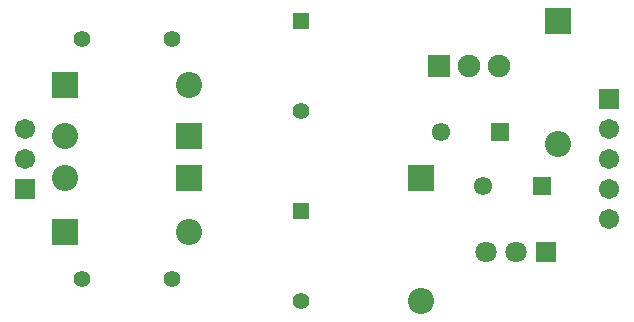
<source format=gts>
%FSTAX23Y23*%
%MOIN*%
%SFA1B1*%

%IPPOS*%
%ADD16C,0.086740*%
%ADD17R,0.086740X0.086740*%
%ADD18R,0.061149X0.061149*%
%ADD19C,0.061149*%
%ADD20C,0.067055*%
%ADD21R,0.067055X0.067055*%
%ADD22R,0.070992X0.070992*%
%ADD23C,0.070992*%
%ADD24C,0.074803*%
%ADD25R,0.074803X0.074803*%
%ADD26R,0.086740X0.086740*%
%ADD27C,0.055244*%
%ADD28R,0.055244X0.055244*%
%LNps-1*%
%LPD*%
G54D16*
X0145Y-0111D03*
X01905Y-00585D03*
X00264Y-007D03*
X00675Y-0088D03*
X00264Y-0056D03*
X00675Y-0039D03*
G54D17*
X0145Y-00699D03*
X01905Y-00174D03*
G54D18*
X01853Y-00725D03*
X01713Y-00545D03*
G54D19*
X01656Y-00725D03*
X01516Y-00545D03*
G54D20*
X02075Y-00835D03*
Y-00735D03*
Y-00635D03*
Y-00535D03*
X0013D03*
Y-00635D03*
G54D21*
X02075Y-00435D03*
X0013Y-00735D03*
G54D22*
X01865Y-00945D03*
G54D23*
X01765Y-00945D03*
X01665D03*
G54D24*
X0171Y-00325D03*
X0161D03*
G54D25*
X0151Y-00325D03*
G54D26*
X00675Y-007D03*
X00264Y-0088D03*
X00675Y-0056D03*
X00264Y-0039D03*
G54D27*
X0032Y-01035D03*
X0062D03*
Y-00235D03*
X0032D03*
X0105Y-0111D03*
Y-00475D03*
G54D28*
X0105Y-0081D03*
Y-00175D03*
M02*
</source>
